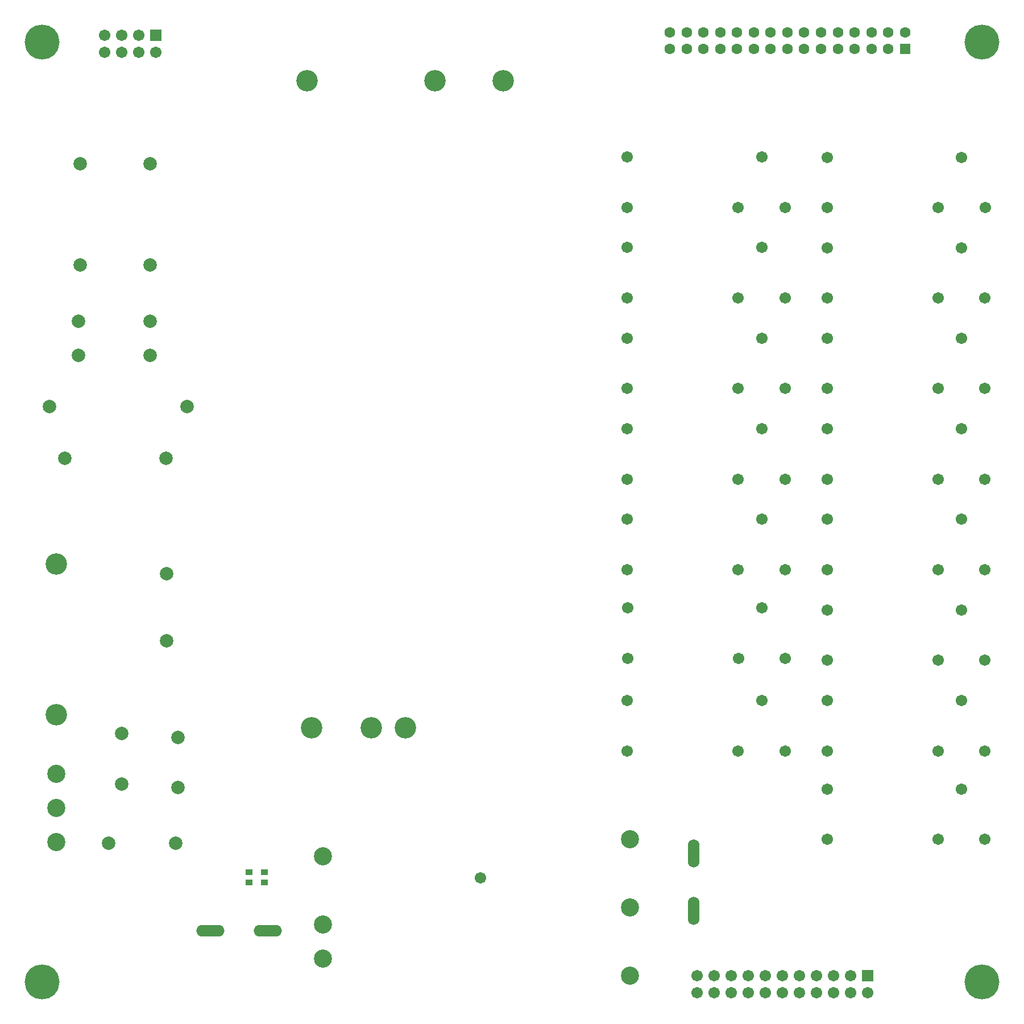
<source format=gts>
G04*
G04 #@! TF.GenerationSoftware,Altium Limited,Altium Designer,23.10.1 (27)*
G04*
G04 Layer_Color=8388736*
%FSLAX25Y25*%
%MOIN*%
G70*
G04*
G04 #@! TF.SameCoordinates,11ED35D2-EC07-4038-AA85-49FD2C925FBF*
G04*
G04*
G04 #@! TF.FilePolarity,Negative*
G04*
G01*
G75*
%ADD17R,0.04147X0.03556*%
%ADD18O,0.16548X0.06800*%
%ADD19O,0.06800X0.16548*%
%ADD20C,0.20485*%
%ADD21R,0.06299X0.06299*%
%ADD22C,0.06299*%
%ADD23C,0.06706*%
%ADD24C,0.07887*%
%ADD25R,0.06706X0.06706*%
%ADD26C,0.10642*%
%ADD27C,0.12611*%
D17*
X133300Y84206D02*
D03*
Y78300D02*
D03*
X142400Y78200D02*
D03*
Y84105D02*
D03*
D18*
X144132Y49700D02*
D03*
X110668D02*
D03*
D19*
X393900Y61568D02*
D03*
Y95032D02*
D03*
D20*
X11811Y570866D02*
D03*
Y19685D02*
D03*
X562992Y570866D02*
D03*
Y19685D02*
D03*
D21*
X517821Y566800D02*
D03*
D22*
Y576642D02*
D03*
X507979Y566800D02*
D03*
Y576642D02*
D03*
X498136Y566800D02*
D03*
Y576642D02*
D03*
X488294Y566800D02*
D03*
Y576642D02*
D03*
X478451Y566800D02*
D03*
Y576642D02*
D03*
X468609Y566800D02*
D03*
Y576642D02*
D03*
X458766Y566800D02*
D03*
Y576642D02*
D03*
X448924Y566800D02*
D03*
Y576642D02*
D03*
X439081Y566800D02*
D03*
Y576642D02*
D03*
X429239Y566800D02*
D03*
Y576642D02*
D03*
X419396Y566800D02*
D03*
Y576642D02*
D03*
X409554Y566800D02*
D03*
Y576642D02*
D03*
X399711Y566800D02*
D03*
Y576642D02*
D03*
X389869Y566800D02*
D03*
Y576642D02*
D03*
X380026Y566800D02*
D03*
Y576642D02*
D03*
D23*
X551040Y503228D02*
D03*
X564820Y473700D02*
D03*
X537261D02*
D03*
X472300D02*
D03*
Y503228D02*
D03*
X550980Y450305D02*
D03*
X564759Y420777D02*
D03*
X537200D02*
D03*
X472239D02*
D03*
Y450305D02*
D03*
X550980Y397209D02*
D03*
X564759Y367682D02*
D03*
X537200D02*
D03*
X472239D02*
D03*
Y397209D02*
D03*
X550980Y344114D02*
D03*
X564759Y314586D02*
D03*
X537200D02*
D03*
X472239D02*
D03*
Y344114D02*
D03*
Y291018D02*
D03*
Y261491D02*
D03*
X537200D02*
D03*
X564759D02*
D03*
X550980Y291018D02*
D03*
Y237923D02*
D03*
X564759Y208395D02*
D03*
X537200D02*
D03*
X472239D02*
D03*
Y237923D02*
D03*
X550980Y184828D02*
D03*
X564759Y155300D02*
D03*
X537200D02*
D03*
X472239D02*
D03*
Y184828D02*
D03*
X550980Y132882D02*
D03*
X564759Y103355D02*
D03*
X537200D02*
D03*
X472239D02*
D03*
Y132882D02*
D03*
X355100Y184828D02*
D03*
Y155300D02*
D03*
X420061D02*
D03*
X447620D02*
D03*
X433840Y184828D02*
D03*
X355239Y239128D02*
D03*
Y209600D02*
D03*
X420200D02*
D03*
X447759D02*
D03*
X433980Y239128D02*
D03*
X355100Y291028D02*
D03*
Y261500D02*
D03*
X420061D02*
D03*
X447620D02*
D03*
X433840Y291028D02*
D03*
X355100Y344128D02*
D03*
Y314600D02*
D03*
X420061D02*
D03*
X447620D02*
D03*
X433840Y344128D02*
D03*
X355100Y397228D02*
D03*
Y367700D02*
D03*
X420061D02*
D03*
X447620D02*
D03*
X433840Y397228D02*
D03*
X355100Y503428D02*
D03*
Y473900D02*
D03*
X420061D02*
D03*
X447620D02*
D03*
X433840Y503428D02*
D03*
X355100Y450328D02*
D03*
Y420800D02*
D03*
X420061D02*
D03*
X447620D02*
D03*
X433840Y450328D02*
D03*
X396063Y13622D02*
D03*
Y23622D02*
D03*
X406063Y13622D02*
D03*
Y23622D02*
D03*
X416063Y13622D02*
D03*
Y23622D02*
D03*
X426063Y13622D02*
D03*
Y23622D02*
D03*
X436063Y13622D02*
D03*
Y23622D02*
D03*
X446063Y13622D02*
D03*
Y23622D02*
D03*
X456063Y13622D02*
D03*
Y23622D02*
D03*
X466063Y13622D02*
D03*
Y23622D02*
D03*
X476063Y13622D02*
D03*
Y23622D02*
D03*
X486063Y13622D02*
D03*
Y23622D02*
D03*
X496063Y13622D02*
D03*
X48740Y564803D02*
D03*
Y574803D02*
D03*
X58740Y564803D02*
D03*
Y574803D02*
D03*
X68740Y564803D02*
D03*
Y574803D02*
D03*
X78740Y564803D02*
D03*
X268800Y80700D02*
D03*
D24*
X16226Y357200D02*
D03*
X96935D02*
D03*
X25426Y326900D02*
D03*
X84481D02*
D03*
X51026Y101100D02*
D03*
X90396D02*
D03*
X75400Y499355D02*
D03*
Y440300D02*
D03*
X58626Y135900D02*
D03*
Y165428D02*
D03*
X75252Y387000D02*
D03*
X33126D02*
D03*
Y407000D02*
D03*
X75252D02*
D03*
X91526Y163228D02*
D03*
Y133700D02*
D03*
X85100Y259170D02*
D03*
Y219800D02*
D03*
X34126Y440300D02*
D03*
Y499355D02*
D03*
D25*
X496063Y23622D02*
D03*
X78740Y574803D02*
D03*
D26*
X356600Y103400D02*
D03*
Y63400D02*
D03*
Y23400D02*
D03*
X176600Y33400D02*
D03*
Y53400D02*
D03*
Y93400D02*
D03*
X20426Y141800D02*
D03*
Y121800D02*
D03*
Y101800D02*
D03*
D27*
X282385Y548013D02*
D03*
X242385D02*
D03*
X167385D02*
D03*
X169826Y168800D02*
D03*
X204865D02*
D03*
X224865D02*
D03*
X20200Y176600D02*
D03*
Y264789D02*
D03*
M02*

</source>
